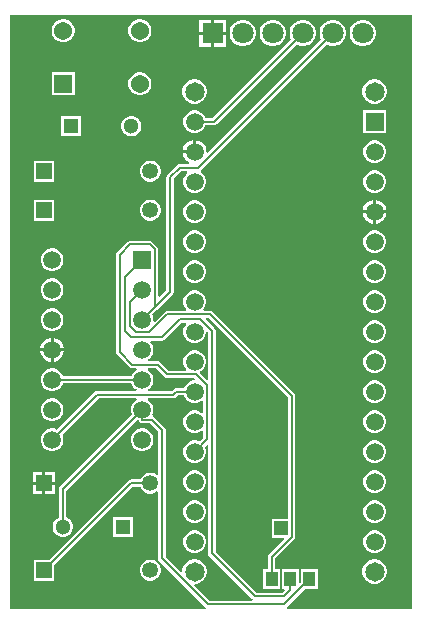
<source format=gbl>
G04*
G04 #@! TF.GenerationSoftware,Altium Limited,Altium Designer,21.9.1 (22)*
G04*
G04 Layer_Physical_Order=2*
G04 Layer_Color=16711680*
%FSLAX25Y25*%
%MOIN*%
G70*
G04*
G04 #@! TF.SameCoordinates,04C95DCE-10AD-4B50-8E95-557A3389731F*
G04*
G04*
G04 #@! TF.FilePolarity,Positive*
G04*
G01*
G75*
%ADD19C,0.06063*%
%ADD20R,0.06063X0.06063*%
%ADD28C,0.00800*%
%ADD29C,0.07087*%
%ADD30R,0.07087X0.07087*%
%ADD31C,0.05118*%
%ADD32R,0.05118X0.05118*%
%ADD33C,0.05937*%
%ADD34R,0.05906X0.05906*%
%ADD35C,0.05906*%
%ADD36R,0.05937X0.05937*%
%ADD37C,0.06500*%
%ADD38R,0.05315X0.05315*%
%ADD39C,0.05315*%
%ADD40R,0.03937X0.04921*%
%ADD41R,0.04724X0.04724*%
G36*
X169612Y185882D02*
X169215Y185617D01*
X168747Y185524D01*
X164991D01*
X164784Y185024D01*
X165003Y184804D01*
X165497Y183949D01*
X165753Y182994D01*
Y182006D01*
X165497Y181052D01*
X165003Y180196D01*
X164304Y179497D01*
X163830Y179224D01*
X163964Y178724D01*
X167200D01*
X167668Y178630D01*
X168065Y178365D01*
X170907Y175523D01*
X176494D01*
X176685Y175985D01*
X176484Y176186D01*
X175988Y177045D01*
X175732Y178004D01*
Y178996D01*
X175988Y179955D01*
X176484Y180814D01*
X177186Y181516D01*
X178045Y182012D01*
X179004Y182269D01*
X179996D01*
X180955Y182012D01*
X181814Y181516D01*
X182516Y180814D01*
X183012Y179955D01*
X183268Y178996D01*
Y178004D01*
X183012Y177045D01*
X182516Y176186D01*
X181814Y175484D01*
X181366Y175226D01*
X181300Y174730D01*
X183583Y172447D01*
X184045Y172638D01*
Y188224D01*
X183738Y188467D01*
X183268Y188259D01*
Y188004D01*
X183012Y187045D01*
X182516Y186186D01*
X181814Y185484D01*
X180955Y184988D01*
X179996Y184731D01*
X179004D01*
X178045Y184988D01*
X177186Y185484D01*
X176484Y186186D01*
X175988Y187045D01*
X175732Y188004D01*
Y188996D01*
X175988Y189955D01*
X176484Y190814D01*
X176685Y191015D01*
X176494Y191477D01*
X175207D01*
X169612Y185882D01*
D02*
G37*
G36*
X118000Y96000D02*
X183106D01*
X183166Y96083D01*
X183085Y96735D01*
X167735Y112085D01*
X167470Y112482D01*
X167376Y112950D01*
Y135117D01*
X166915Y135308D01*
X166840Y135233D01*
X166051Y134778D01*
X165172Y134543D01*
X164261D01*
X163382Y134778D01*
X162594Y135233D01*
X161950Y135877D01*
X161495Y136665D01*
X161465Y136776D01*
X158790D01*
X132741Y110727D01*
Y105543D01*
X125826D01*
Y112458D01*
X131011D01*
X157418Y138865D01*
X157815Y139130D01*
X158283Y139224D01*
X161465D01*
X161495Y139334D01*
X161950Y140123D01*
X162594Y140767D01*
X163382Y141222D01*
X164261Y141457D01*
X165172D01*
X166051Y141222D01*
X166840Y140767D01*
X166915Y140692D01*
X167376Y140883D01*
Y155293D01*
X164693Y157976D01*
X162000D01*
X161532Y158070D01*
X161135Y158335D01*
X160870Y158732D01*
X160830Y158928D01*
X160552Y159003D01*
X160350Y159119D01*
X136771Y135540D01*
Y126650D01*
X136844Y126630D01*
X137610Y126188D01*
X138235Y125563D01*
X138677Y124797D01*
X138906Y123942D01*
Y123058D01*
X138677Y122203D01*
X138235Y121438D01*
X137610Y120812D01*
X136844Y120370D01*
X135989Y120141D01*
X135105D01*
X134251Y120370D01*
X133485Y120812D01*
X132859Y121438D01*
X132417Y122203D01*
X132188Y123058D01*
Y123942D01*
X132417Y124797D01*
X132859Y125563D01*
X133485Y126188D01*
X134251Y126630D01*
X134324Y126650D01*
Y136047D01*
X134417Y136515D01*
X134682Y136912D01*
X158619Y160850D01*
X158503Y161051D01*
X158247Y162006D01*
Y162994D01*
X158503Y163949D01*
X158997Y164804D01*
X159696Y165503D01*
X160170Y165777D01*
X160036Y166277D01*
X147507D01*
X135380Y154150D01*
X135497Y153948D01*
X135753Y152994D01*
Y152006D01*
X135497Y151051D01*
X135003Y150196D01*
X134304Y149497D01*
X133449Y149003D01*
X132494Y148747D01*
X131506D01*
X130552Y149003D01*
X129696Y149497D01*
X128997Y150196D01*
X128503Y151051D01*
X128247Y152006D01*
Y152994D01*
X128503Y153948D01*
X128997Y154804D01*
X129696Y155503D01*
X130552Y155997D01*
X131506Y156253D01*
X132494D01*
X133449Y155997D01*
X133650Y155880D01*
X146135Y168365D01*
X146532Y168630D01*
X147000Y168723D01*
X160036D01*
X160170Y169223D01*
X159696Y169497D01*
X158997Y170196D01*
X158503Y171052D01*
X158443Y171276D01*
X135557D01*
X135497Y171052D01*
X135003Y170196D01*
X134304Y169497D01*
X133449Y169003D01*
X132494Y168747D01*
X131506D01*
X130552Y169003D01*
X129696Y169497D01*
X128997Y170196D01*
X128503Y171052D01*
X128247Y172006D01*
Y172994D01*
X128503Y173949D01*
X128997Y174804D01*
X129696Y175503D01*
X130552Y175997D01*
X131506Y176253D01*
X132494D01*
X133449Y175997D01*
X134304Y175503D01*
X135003Y174804D01*
X135497Y173949D01*
X135557Y173723D01*
X158443D01*
X158503Y173949D01*
X158997Y174804D01*
X159696Y175503D01*
X160170Y175777D01*
X160036Y176277D01*
X158800D01*
X158332Y176370D01*
X157935Y176635D01*
X153735Y180835D01*
X153470Y181232D01*
X153376Y181700D01*
Y214100D01*
X153470Y214568D01*
X153735Y214965D01*
X157235Y218465D01*
X157632Y218730D01*
X158100Y218824D01*
X164600D01*
X165068Y218730D01*
X165465Y218465D01*
X167065Y216865D01*
X167330Y216468D01*
X167423Y216000D01*
Y200307D01*
X167885Y200116D01*
X170077Y202307D01*
Y240000D01*
X170170Y240468D01*
X170435Y240865D01*
X173635Y244065D01*
X174032Y244330D01*
X174500Y244424D01*
X177624D01*
X177758Y244923D01*
X177063Y245324D01*
X176324Y246063D01*
X175802Y246968D01*
X175531Y247977D01*
Y248000D01*
X179500D01*
Y248500D01*
X180000D01*
Y252468D01*
X180023D01*
X181032Y252198D01*
X181937Y251676D01*
X182676Y250937D01*
X183198Y250032D01*
X183468Y249023D01*
Y248406D01*
X183968Y248199D01*
X221687Y285917D01*
X221453Y286323D01*
X221157Y287428D01*
Y288572D01*
X221453Y289676D01*
X222024Y290667D01*
X222833Y291476D01*
X223823Y292047D01*
X224928Y292343D01*
X226072D01*
X227176Y292047D01*
X228167Y291476D01*
X228976Y290667D01*
X229547Y289676D01*
X229843Y288572D01*
Y287428D01*
X229547Y286323D01*
X228976Y285333D01*
X228167Y284524D01*
X227176Y283953D01*
X226072Y283657D01*
X224928D01*
X223823Y283953D01*
X223417Y284187D01*
X181565Y242335D01*
X181486Y242282D01*
X181506Y241694D01*
X181814Y241515D01*
X182516Y240814D01*
X183012Y239955D01*
X183268Y238996D01*
Y238004D01*
X183012Y237045D01*
X182516Y236186D01*
X181814Y235485D01*
X180955Y234988D01*
X179996Y234732D01*
X179004D01*
X178045Y234988D01*
X177186Y235485D01*
X176484Y236186D01*
X175988Y237045D01*
X175732Y238004D01*
Y238996D01*
X175988Y239955D01*
X176484Y240814D01*
X177147Y241476D01*
X177112Y241791D01*
X177063Y241976D01*
X175007D01*
X172523Y239493D01*
Y201800D01*
X172430Y201332D01*
X172165Y200935D01*
X167065Y195835D01*
X166805Y195574D01*
X166805Y195574D01*
X165381Y194150D01*
X165497Y193948D01*
X165753Y192994D01*
Y192090D01*
X166166Y191796D01*
X169535Y195165D01*
X169932Y195430D01*
X170400Y195524D01*
X176494D01*
X176685Y195985D01*
X176484Y196186D01*
X175988Y197045D01*
X175732Y198004D01*
Y198996D01*
X175988Y199955D01*
X176484Y200814D01*
X177186Y201516D01*
X178045Y202012D01*
X179004Y202269D01*
X179996D01*
X180955Y202012D01*
X181814Y201516D01*
X182516Y200814D01*
X183012Y199955D01*
X183268Y198996D01*
Y198004D01*
X183012Y197045D01*
X182516Y196186D01*
X182315Y195985D01*
X182506Y195524D01*
X184700D01*
X185168Y195430D01*
X185565Y195165D01*
X212765Y167965D01*
X213030Y167568D01*
X213123Y167100D01*
Y120138D01*
X213030Y119669D01*
X212765Y119272D01*
X206386Y112893D01*
Y109261D01*
X207931D01*
Y102739D01*
X202394D01*
Y109261D01*
X203939D01*
Y113400D01*
X204032Y113868D01*
X204297Y114265D01*
X209408Y119376D01*
X209217Y119838D01*
X205150D01*
Y126162D01*
X210677D01*
Y166593D01*
X184193Y193077D01*
X183407D01*
X183216Y192615D01*
X186134Y189697D01*
X186399Y189300D01*
X186492Y188831D01*
Y115057D01*
X200025Y101523D01*
X208855D01*
X209609Y102277D01*
X209417Y102739D01*
X208693D01*
Y109261D01*
X214230D01*
Y104905D01*
X214699Y104700D01*
X214992Y104936D01*
Y109261D01*
X220529D01*
Y102739D01*
X216309D01*
X210304Y96735D01*
X210224Y96083D01*
X210283Y96000D01*
X252000D01*
Y294000D01*
X118000D01*
Y96000D01*
D02*
G37*
G36*
X163830Y175777D02*
X164304Y175503D01*
X165003Y174804D01*
X165497Y173949D01*
X165753Y172994D01*
Y172006D01*
X165497Y171052D01*
X165003Y170196D01*
X164304Y169497D01*
X163830Y169223D01*
X163964Y168723D01*
X171893D01*
X172535Y169365D01*
X172932Y169630D01*
X173400Y169723D01*
X175926D01*
X175988Y169955D01*
X176484Y170814D01*
X177186Y171516D01*
X178045Y172012D01*
X179004Y172268D01*
X179578D01*
X179762Y172699D01*
X179456Y173076D01*
X170400D01*
X169932Y173170D01*
X169535Y173435D01*
X166693Y176277D01*
X163964D01*
X163830Y175777D01*
D02*
G37*
G36*
X173265Y166635D02*
X172868Y166370D01*
X172400Y166277D01*
X163964D01*
X163830Y165777D01*
X164304Y165503D01*
X165003Y164804D01*
X165497Y163949D01*
X165753Y162994D01*
Y162006D01*
X165497Y161051D01*
X165405Y160892D01*
X165659Y160332D01*
X165668Y160330D01*
X166065Y160065D01*
X169465Y156665D01*
X169730Y156268D01*
X169824Y155800D01*
Y113457D01*
X174950Y108330D01*
X175450Y108537D01*
Y109033D01*
X175726Y110063D01*
X176259Y110987D01*
X177013Y111741D01*
X177937Y112274D01*
X178967Y112550D01*
X180033D01*
X181063Y112274D01*
X181987Y111741D01*
X182741Y110987D01*
X183274Y110063D01*
X183550Y109033D01*
Y107967D01*
X183274Y106937D01*
X182741Y106013D01*
X181987Y105259D01*
X181063Y104726D01*
X180033Y104450D01*
X179537D01*
X179330Y103950D01*
X184457Y98823D01*
X198668D01*
X198820Y99323D01*
X198653Y99435D01*
X184403Y113685D01*
X184138Y114082D01*
X184045Y114550D01*
Y150662D01*
X183583Y150853D01*
X182892Y150162D01*
X183012Y149955D01*
X183268Y148996D01*
Y148004D01*
X183012Y147045D01*
X182516Y146186D01*
X181814Y145484D01*
X180955Y144988D01*
X179996Y144731D01*
X179004D01*
X178045Y144988D01*
X177186Y145484D01*
X176484Y146186D01*
X175988Y147045D01*
X175732Y148004D01*
Y148996D01*
X175988Y149955D01*
X176484Y150814D01*
X177186Y151516D01*
X178045Y152012D01*
X179004Y152269D01*
X179996D01*
X180955Y152012D01*
X181162Y151892D01*
X182445Y153175D01*
Y155462D01*
X181983Y155654D01*
X181814Y155484D01*
X180955Y154988D01*
X179996Y154732D01*
X179004D01*
X178045Y154988D01*
X177186Y155484D01*
X176484Y156186D01*
X175988Y157045D01*
X175732Y158004D01*
Y158996D01*
X175988Y159955D01*
X176484Y160814D01*
X177186Y161516D01*
X178045Y162012D01*
X179004Y162268D01*
X179996D01*
X180955Y162012D01*
X181814Y161516D01*
X181983Y161346D01*
X182445Y161538D01*
Y165462D01*
X181983Y165654D01*
X181814Y165484D01*
X180955Y164988D01*
X179996Y164732D01*
X179004D01*
X178045Y164988D01*
X177186Y165484D01*
X176484Y166186D01*
X175988Y167045D01*
X175926Y167277D01*
X173907D01*
X173265Y166635D01*
D02*
G37*
%LPC*%
G36*
X180957Y292543D02*
X185000D01*
Y288500D01*
X180957D01*
Y292543D01*
D02*
G37*
G36*
X186000D02*
X190043D01*
Y288500D01*
X186000D01*
Y292543D01*
D02*
G37*
G36*
X135200Y292690D02*
X136209D01*
X137184Y292429D01*
X138057Y291924D01*
X138771Y291211D01*
X139275Y290337D01*
X139536Y289363D01*
Y288354D01*
X139275Y287379D01*
X138771Y286506D01*
X138057Y285792D01*
X137184Y285288D01*
X136209Y285027D01*
X135200D01*
X134226Y285288D01*
X133352Y285792D01*
X132639Y286506D01*
X132134Y287379D01*
X131873Y288354D01*
Y289363D01*
X132134Y290337D01*
X132639Y291211D01*
X133352Y291924D01*
X134226Y292429D01*
X135200Y292690D01*
D02*
G37*
G36*
X160791D02*
X161800D01*
X162774Y292429D01*
X163648Y291924D01*
X164361Y291211D01*
X164866Y290337D01*
X165127Y289363D01*
Y288354D01*
X164866Y287379D01*
X164361Y286506D01*
X163648Y285792D01*
X162774Y285288D01*
X161800Y285027D01*
X160791D01*
X159816Y285288D01*
X158943Y285792D01*
X158229Y286506D01*
X157725Y287379D01*
X157464Y288354D01*
Y289363D01*
X157725Y290337D01*
X158229Y291211D01*
X158943Y291924D01*
X159816Y292429D01*
X160791Y292690D01*
D02*
G37*
G36*
X194928Y292343D02*
X196072D01*
X197176Y292047D01*
X198167Y291476D01*
X198976Y290667D01*
X199547Y289676D01*
X199843Y288572D01*
Y287428D01*
X199547Y286323D01*
X198976Y285333D01*
X198167Y284524D01*
X197176Y283953D01*
X196072Y283657D01*
X194928D01*
X193824Y283953D01*
X192833Y284524D01*
X192025Y285333D01*
X191453Y286323D01*
X191157Y287428D01*
Y288572D01*
X191453Y289676D01*
X192025Y290667D01*
X192833Y291476D01*
X193824Y292047D01*
X194928Y292343D01*
D02*
G37*
G36*
X204928D02*
X206072D01*
X207176Y292047D01*
X208167Y291476D01*
X208976Y290667D01*
X209547Y289676D01*
X209843Y288572D01*
Y287428D01*
X209547Y286323D01*
X208976Y285333D01*
X208167Y284524D01*
X207176Y283953D01*
X206072Y283657D01*
X204928D01*
X203824Y283953D01*
X202833Y284524D01*
X202025Y285333D01*
X201453Y286323D01*
X201157Y287428D01*
Y288572D01*
X201453Y289676D01*
X202025Y290667D01*
X202833Y291476D01*
X203824Y292047D01*
X204928Y292343D01*
D02*
G37*
G36*
X234928D02*
X236072D01*
X237176Y292047D01*
X238167Y291476D01*
X238976Y290667D01*
X239547Y289676D01*
X239843Y288572D01*
Y287428D01*
X239547Y286323D01*
X238976Y285333D01*
X238167Y284524D01*
X237176Y283953D01*
X236072Y283657D01*
X234928D01*
X233823Y283953D01*
X232833Y284524D01*
X232025Y285333D01*
X231453Y286323D01*
X231157Y287428D01*
Y288572D01*
X231453Y289676D01*
X232025Y290667D01*
X232833Y291476D01*
X233823Y292047D01*
X234928Y292343D01*
D02*
G37*
G36*
X180957Y287500D02*
X185000D01*
Y283457D01*
X180957D01*
Y287500D01*
D02*
G37*
G36*
X186000D02*
X190043D01*
Y283457D01*
X186000D01*
Y287500D01*
D02*
G37*
G36*
X131873Y274973D02*
X139536D01*
Y267310D01*
X131873D01*
Y274973D01*
D02*
G37*
G36*
X160791D02*
X161800D01*
X162774Y274712D01*
X163648Y274208D01*
X164361Y273494D01*
X164866Y272621D01*
X165127Y271646D01*
Y270637D01*
X164866Y269663D01*
X164361Y268789D01*
X163648Y268076D01*
X162774Y267571D01*
X161800Y267310D01*
X160791D01*
X159816Y267571D01*
X158943Y268076D01*
X158229Y268789D01*
X157725Y269663D01*
X157464Y270637D01*
Y271646D01*
X157725Y272621D01*
X158229Y273494D01*
X158943Y274208D01*
X159816Y274712D01*
X160791Y274973D01*
D02*
G37*
G36*
X178967Y272550D02*
X180033D01*
X181063Y272274D01*
X181987Y271741D01*
X182741Y270987D01*
X183274Y270063D01*
X183550Y269033D01*
Y267967D01*
X183274Y266937D01*
X182741Y266013D01*
X181987Y265259D01*
X181063Y264726D01*
X180033Y264450D01*
X178967D01*
X177937Y264726D01*
X177013Y265259D01*
X176259Y266013D01*
X175726Y266937D01*
X175450Y267967D01*
Y269033D01*
X175726Y270063D01*
X176259Y270987D01*
X177013Y271741D01*
X177937Y272274D01*
X178967Y272550D01*
D02*
G37*
G36*
X238967D02*
X240033D01*
X241063Y272274D01*
X241987Y271741D01*
X242741Y270987D01*
X243274Y270063D01*
X243550Y269033D01*
Y267967D01*
X243274Y266937D01*
X242741Y266013D01*
X241987Y265259D01*
X241063Y264726D01*
X240033Y264450D01*
X238967D01*
X237937Y264726D01*
X237013Y265259D01*
X236259Y266013D01*
X235726Y266937D01*
X235450Y267967D01*
Y269033D01*
X235726Y270063D01*
X236259Y270987D01*
X237013Y271741D01*
X237937Y272274D01*
X238967Y272550D01*
D02*
G37*
G36*
X214928Y292343D02*
X216072D01*
X217177Y292047D01*
X218167Y291476D01*
X218975Y290667D01*
X219547Y289676D01*
X219843Y288572D01*
Y287428D01*
X219547Y286323D01*
X218975Y285333D01*
X218167Y284524D01*
X217177Y283953D01*
X216072Y283657D01*
X214928D01*
X213824Y283953D01*
X213418Y284187D01*
X186865Y257635D01*
X186468Y257370D01*
X186000Y257277D01*
X183074D01*
X183012Y257045D01*
X182516Y256186D01*
X181814Y255485D01*
X180955Y254988D01*
X179996Y254731D01*
X179004D01*
X178045Y254988D01*
X177186Y255485D01*
X176484Y256186D01*
X175988Y257045D01*
X175732Y258004D01*
Y258996D01*
X175988Y259955D01*
X176484Y260814D01*
X177186Y261515D01*
X178045Y262012D01*
X179004Y262268D01*
X179996D01*
X180955Y262012D01*
X181814Y261515D01*
X182516Y260814D01*
X183012Y259955D01*
X183074Y259723D01*
X185493D01*
X211687Y285917D01*
X211453Y286323D01*
X211157Y287428D01*
Y288572D01*
X211453Y289676D01*
X212024Y290667D01*
X212833Y291476D01*
X213824Y292047D01*
X214928Y292343D01*
D02*
G37*
G36*
X235732Y262268D02*
X243268D01*
Y254731D01*
X235732D01*
Y262268D01*
D02*
G37*
G36*
X135094Y260359D02*
X141812D01*
Y253641D01*
X135094D01*
Y260359D01*
D02*
G37*
G36*
X158011D02*
X158895D01*
X159749Y260130D01*
X160515Y259688D01*
X161141Y259063D01*
X161583Y258296D01*
X161812Y257442D01*
Y256558D01*
X161583Y255703D01*
X161141Y254938D01*
X160515Y254312D01*
X159749Y253870D01*
X158895Y253641D01*
X158011D01*
X157156Y253870D01*
X156390Y254312D01*
X155765Y254938D01*
X155323Y255703D01*
X155094Y256558D01*
Y257442D01*
X155323Y258296D01*
X155765Y259063D01*
X156390Y259688D01*
X157156Y260130D01*
X158011Y260359D01*
D02*
G37*
G36*
X178978Y252468D02*
X179000D01*
Y249000D01*
X175531D01*
Y249023D01*
X175802Y250032D01*
X176324Y250937D01*
X177063Y251676D01*
X177968Y252198D01*
X178978Y252468D01*
D02*
G37*
G36*
X239004Y252269D02*
X239996D01*
X240955Y252012D01*
X241814Y251516D01*
X242515Y250814D01*
X243012Y249955D01*
X243268Y248996D01*
Y248004D01*
X243012Y247045D01*
X242515Y246186D01*
X241814Y245484D01*
X240955Y244988D01*
X239996Y244731D01*
X239004D01*
X238045Y244988D01*
X237186Y245484D01*
X236485Y246186D01*
X235988Y247045D01*
X235732Y248004D01*
Y248996D01*
X235988Y249955D01*
X236485Y250814D01*
X237186Y251516D01*
X238045Y252012D01*
X239004Y252269D01*
D02*
G37*
G36*
X125826Y245458D02*
X132741D01*
Y238543D01*
X125826D01*
Y245458D01*
D02*
G37*
G36*
X164261D02*
X165172D01*
X166051Y245222D01*
X166840Y244767D01*
X167483Y244123D01*
X167938Y243335D01*
X168174Y242455D01*
Y241545D01*
X167938Y240666D01*
X167483Y239877D01*
X166840Y239233D01*
X166051Y238778D01*
X165172Y238543D01*
X164261D01*
X163382Y238778D01*
X162594Y239233D01*
X161950Y239877D01*
X161495Y240666D01*
X161259Y241545D01*
Y242455D01*
X161495Y243335D01*
X161950Y244123D01*
X162594Y244767D01*
X163382Y245222D01*
X164261Y245458D01*
D02*
G37*
G36*
X239004Y242268D02*
X239996D01*
X240955Y242012D01*
X241814Y241515D01*
X242515Y240814D01*
X243012Y239955D01*
X243268Y238996D01*
Y238004D01*
X243012Y237045D01*
X242515Y236186D01*
X241814Y235485D01*
X240955Y234988D01*
X239996Y234732D01*
X239004D01*
X238045Y234988D01*
X237186Y235485D01*
X236485Y236186D01*
X235988Y237045D01*
X235732Y238004D01*
Y238996D01*
X235988Y239955D01*
X236485Y240814D01*
X237186Y241515D01*
X238045Y242012D01*
X239004Y242268D01*
D02*
G37*
G36*
X238978Y232469D02*
X239000D01*
Y229000D01*
X235531D01*
Y229023D01*
X235802Y230032D01*
X236324Y230937D01*
X237063Y231676D01*
X237968Y232198D01*
X238978Y232469D01*
D02*
G37*
G36*
X240000D02*
X240022D01*
X241032Y232198D01*
X241937Y231676D01*
X242676Y230937D01*
X243198Y230032D01*
X243468Y229023D01*
Y229000D01*
X240000D01*
Y232469D01*
D02*
G37*
G36*
X125826Y232457D02*
X132741D01*
Y225542D01*
X125826D01*
Y232457D01*
D02*
G37*
G36*
X164261D02*
X165172D01*
X166051Y232222D01*
X166840Y231767D01*
X167483Y231123D01*
X167938Y230334D01*
X168174Y229455D01*
Y228545D01*
X167938Y227665D01*
X167483Y226877D01*
X166840Y226233D01*
X166051Y225778D01*
X165172Y225542D01*
X164261D01*
X163382Y225778D01*
X162594Y226233D01*
X161950Y226877D01*
X161495Y227665D01*
X161259Y228545D01*
Y229455D01*
X161495Y230334D01*
X161950Y231123D01*
X162594Y231767D01*
X163382Y232222D01*
X164261Y232457D01*
D02*
G37*
G36*
X179004Y232269D02*
X179996D01*
X180955Y232012D01*
X181814Y231516D01*
X182516Y230814D01*
X183012Y229955D01*
X183268Y228996D01*
Y228004D01*
X183012Y227045D01*
X182516Y226186D01*
X181814Y225484D01*
X180955Y224988D01*
X179996Y224731D01*
X179004D01*
X178045Y224988D01*
X177186Y225484D01*
X176484Y226186D01*
X175988Y227045D01*
X175732Y228004D01*
Y228996D01*
X175988Y229955D01*
X176484Y230814D01*
X177186Y231516D01*
X178045Y232012D01*
X179004Y232269D01*
D02*
G37*
G36*
X235531Y228000D02*
X239000D01*
Y224532D01*
X238978D01*
X237968Y224802D01*
X237063Y225324D01*
X236324Y226063D01*
X235802Y226968D01*
X235531Y227977D01*
Y228000D01*
D02*
G37*
G36*
X240000D02*
X243468D01*
Y227977D01*
X243198Y226968D01*
X242676Y226063D01*
X241937Y225324D01*
X241032Y224802D01*
X240022Y224532D01*
X240000D01*
Y228000D01*
D02*
G37*
G36*
X179004Y222269D02*
X179996D01*
X180955Y222012D01*
X181814Y221515D01*
X182516Y220814D01*
X183012Y219955D01*
X183268Y218996D01*
Y218004D01*
X183012Y217045D01*
X182516Y216186D01*
X181814Y215484D01*
X180955Y214988D01*
X179996Y214732D01*
X179004D01*
X178045Y214988D01*
X177186Y215484D01*
X176484Y216186D01*
X175988Y217045D01*
X175732Y218004D01*
Y218996D01*
X175988Y219955D01*
X176484Y220814D01*
X177186Y221515D01*
X178045Y222012D01*
X179004Y222269D01*
D02*
G37*
G36*
X239004D02*
X239996D01*
X240955Y222012D01*
X241814Y221515D01*
X242515Y220814D01*
X243012Y219955D01*
X243268Y218996D01*
Y218004D01*
X243012Y217045D01*
X242515Y216186D01*
X241814Y215484D01*
X240955Y214988D01*
X239996Y214732D01*
X239004D01*
X238045Y214988D01*
X237186Y215484D01*
X236485Y216186D01*
X235988Y217045D01*
X235732Y218004D01*
Y218996D01*
X235988Y219955D01*
X236485Y220814D01*
X237186Y221515D01*
X238045Y222012D01*
X239004Y222269D01*
D02*
G37*
G36*
X131506Y216253D02*
X132494D01*
X133449Y215997D01*
X134304Y215503D01*
X135003Y214804D01*
X135497Y213948D01*
X135753Y212994D01*
Y212006D01*
X135497Y211052D01*
X135003Y210196D01*
X134304Y209497D01*
X133449Y209003D01*
X132494Y208747D01*
X131506D01*
X130552Y209003D01*
X129696Y209497D01*
X128997Y210196D01*
X128503Y211052D01*
X128247Y212006D01*
Y212994D01*
X128503Y213948D01*
X128997Y214804D01*
X129696Y215503D01*
X130552Y215997D01*
X131506Y216253D01*
D02*
G37*
G36*
X179004Y212268D02*
X179996D01*
X180955Y212012D01*
X181814Y211515D01*
X182516Y210814D01*
X183012Y209955D01*
X183268Y208996D01*
Y208004D01*
X183012Y207045D01*
X182516Y206186D01*
X181814Y205485D01*
X180955Y204988D01*
X179996Y204731D01*
X179004D01*
X178045Y204988D01*
X177186Y205485D01*
X176484Y206186D01*
X175988Y207045D01*
X175732Y208004D01*
Y208996D01*
X175988Y209955D01*
X176484Y210814D01*
X177186Y211515D01*
X178045Y212012D01*
X179004Y212268D01*
D02*
G37*
G36*
X239004D02*
X239996D01*
X240955Y212012D01*
X241814Y211515D01*
X242515Y210814D01*
X243012Y209955D01*
X243268Y208996D01*
Y208004D01*
X243012Y207045D01*
X242515Y206186D01*
X241814Y205485D01*
X240955Y204988D01*
X239996Y204731D01*
X239004D01*
X238045Y204988D01*
X237186Y205485D01*
X236485Y206186D01*
X235988Y207045D01*
X235732Y208004D01*
Y208996D01*
X235988Y209955D01*
X236485Y210814D01*
X237186Y211515D01*
X238045Y212012D01*
X239004Y212268D01*
D02*
G37*
G36*
X131506Y206253D02*
X132494D01*
X133449Y205997D01*
X134304Y205503D01*
X135003Y204804D01*
X135497Y203948D01*
X135753Y202994D01*
Y202006D01*
X135497Y201051D01*
X135003Y200196D01*
X134304Y199497D01*
X133449Y199003D01*
X132494Y198747D01*
X131506D01*
X130552Y199003D01*
X129696Y199497D01*
X128997Y200196D01*
X128503Y201051D01*
X128247Y202006D01*
Y202994D01*
X128503Y203948D01*
X128997Y204804D01*
X129696Y205503D01*
X130552Y205997D01*
X131506Y206253D01*
D02*
G37*
G36*
X239004Y202269D02*
X239996D01*
X240955Y202012D01*
X241814Y201516D01*
X242515Y200814D01*
X243012Y199955D01*
X243268Y198996D01*
Y198004D01*
X243012Y197045D01*
X242515Y196186D01*
X241814Y195484D01*
X240955Y194988D01*
X239996Y194731D01*
X239004D01*
X238045Y194988D01*
X237186Y195484D01*
X236485Y196186D01*
X235988Y197045D01*
X235732Y198004D01*
Y198996D01*
X235988Y199955D01*
X236485Y200814D01*
X237186Y201516D01*
X238045Y202012D01*
X239004Y202269D01*
D02*
G37*
G36*
X131506Y196253D02*
X132494D01*
X133449Y195997D01*
X134304Y195503D01*
X135003Y194804D01*
X135497Y193948D01*
X135753Y192994D01*
Y192006D01*
X135497Y191051D01*
X135003Y190196D01*
X134304Y189497D01*
X133449Y189003D01*
X132494Y188747D01*
X131506D01*
X130552Y189003D01*
X129696Y189497D01*
X128997Y190196D01*
X128503Y191051D01*
X128247Y192006D01*
Y192994D01*
X128503Y193948D01*
X128997Y194804D01*
X129696Y195503D01*
X130552Y195997D01*
X131506Y196253D01*
D02*
G37*
G36*
X239004Y192269D02*
X239996D01*
X240955Y192012D01*
X241814Y191516D01*
X242515Y190814D01*
X243012Y189955D01*
X243268Y188996D01*
Y188004D01*
X243012Y187045D01*
X242515Y186186D01*
X241814Y185484D01*
X240955Y184988D01*
X239996Y184731D01*
X239004D01*
X238045Y184988D01*
X237186Y185484D01*
X236485Y186186D01*
X235988Y187045D01*
X235732Y188004D01*
Y188996D01*
X235988Y189955D01*
X236485Y190814D01*
X237186Y191516D01*
X238045Y192012D01*
X239004Y192269D01*
D02*
G37*
G36*
X131480Y186453D02*
X131500D01*
Y183000D01*
X128047D01*
Y183020D01*
X128317Y184026D01*
X128837Y184927D01*
X129573Y185663D01*
X130474Y186183D01*
X131480Y186453D01*
D02*
G37*
G36*
X132500D02*
X132520D01*
X133526Y186183D01*
X134427Y185663D01*
X135163Y184927D01*
X135683Y184026D01*
X135953Y183020D01*
Y183000D01*
X132500D01*
Y186453D01*
D02*
G37*
G36*
X128047Y182000D02*
X131500D01*
Y178547D01*
X131480D01*
X130474Y178817D01*
X129573Y179337D01*
X128837Y180073D01*
X128317Y180974D01*
X128047Y181980D01*
Y182000D01*
D02*
G37*
G36*
X132500D02*
X135953D01*
Y181980D01*
X135683Y180974D01*
X135163Y180073D01*
X134427Y179337D01*
X133526Y178817D01*
X132520Y178547D01*
X132500D01*
Y182000D01*
D02*
G37*
G36*
X239004Y182269D02*
X239996D01*
X240955Y182012D01*
X241814Y181516D01*
X242515Y180814D01*
X243012Y179955D01*
X243268Y178996D01*
Y178004D01*
X243012Y177045D01*
X242515Y176186D01*
X241814Y175484D01*
X240955Y174988D01*
X239996Y174732D01*
X239004D01*
X238045Y174988D01*
X237186Y175484D01*
X236485Y176186D01*
X235988Y177045D01*
X235732Y178004D01*
Y178996D01*
X235988Y179955D01*
X236485Y180814D01*
X237186Y181516D01*
X238045Y182012D01*
X239004Y182269D01*
D02*
G37*
G36*
Y172268D02*
X239996D01*
X240955Y172012D01*
X241814Y171516D01*
X242515Y170814D01*
X243012Y169955D01*
X243268Y168996D01*
Y168004D01*
X243012Y167045D01*
X242515Y166186D01*
X241814Y165484D01*
X240955Y164988D01*
X239996Y164732D01*
X239004D01*
X238045Y164988D01*
X237186Y165484D01*
X236485Y166186D01*
X235988Y167045D01*
X235732Y168004D01*
Y168996D01*
X235988Y169955D01*
X236485Y170814D01*
X237186Y171516D01*
X238045Y172012D01*
X239004Y172268D01*
D02*
G37*
G36*
X131506Y166253D02*
X132494D01*
X133449Y165997D01*
X134304Y165503D01*
X135003Y164804D01*
X135497Y163949D01*
X135753Y162994D01*
Y162006D01*
X135497Y161051D01*
X135003Y160196D01*
X134304Y159497D01*
X133449Y159003D01*
X132494Y158747D01*
X131506D01*
X130552Y159003D01*
X129696Y159497D01*
X128997Y160196D01*
X128503Y161051D01*
X128247Y162006D01*
Y162994D01*
X128503Y163949D01*
X128997Y164804D01*
X129696Y165503D01*
X130552Y165997D01*
X131506Y166253D01*
D02*
G37*
G36*
X239004Y162268D02*
X239996D01*
X240955Y162012D01*
X241814Y161516D01*
X242515Y160814D01*
X243012Y159955D01*
X243268Y158996D01*
Y158004D01*
X243012Y157045D01*
X242515Y156186D01*
X241814Y155484D01*
X240955Y154988D01*
X239996Y154732D01*
X239004D01*
X238045Y154988D01*
X237186Y155484D01*
X236485Y156186D01*
X235988Y157045D01*
X235732Y158004D01*
Y158996D01*
X235988Y159955D01*
X236485Y160814D01*
X237186Y161516D01*
X238045Y162012D01*
X239004Y162268D01*
D02*
G37*
G36*
X161506Y156253D02*
X162494D01*
X163449Y155997D01*
X164304Y155503D01*
X165003Y154804D01*
X165497Y153948D01*
X165753Y152994D01*
Y152006D01*
X165497Y151051D01*
X165003Y150196D01*
X164304Y149497D01*
X163449Y149003D01*
X162494Y148747D01*
X161506D01*
X160552Y149003D01*
X159696Y149497D01*
X158997Y150196D01*
X158503Y151051D01*
X158247Y152006D01*
Y152994D01*
X158503Y153948D01*
X158997Y154804D01*
X159696Y155503D01*
X160552Y155997D01*
X161506Y156253D01*
D02*
G37*
G36*
X239004Y152269D02*
X239996D01*
X240955Y152012D01*
X241814Y151516D01*
X242515Y150814D01*
X243012Y149955D01*
X243268Y148996D01*
Y148004D01*
X243012Y147045D01*
X242515Y146186D01*
X241814Y145484D01*
X240955Y144988D01*
X239996Y144731D01*
X239004D01*
X238045Y144988D01*
X237186Y145484D01*
X236485Y146186D01*
X235988Y147045D01*
X235732Y148004D01*
Y148996D01*
X235988Y149955D01*
X236485Y150814D01*
X237186Y151516D01*
X238045Y152012D01*
X239004Y152269D01*
D02*
G37*
G36*
X125626Y141657D02*
X128783D01*
Y138500D01*
X125626D01*
Y141657D01*
D02*
G37*
G36*
X129783D02*
X132941D01*
Y138500D01*
X129783D01*
Y141657D01*
D02*
G37*
G36*
X239004Y142269D02*
X239996D01*
X240955Y142012D01*
X241814Y141516D01*
X242515Y140814D01*
X243012Y139955D01*
X243268Y138996D01*
Y138004D01*
X243012Y137045D01*
X242515Y136186D01*
X241814Y135484D01*
X240955Y134988D01*
X239996Y134731D01*
X239004D01*
X238045Y134988D01*
X237186Y135484D01*
X236485Y136186D01*
X235988Y137045D01*
X235732Y138004D01*
Y138996D01*
X235988Y139955D01*
X236485Y140814D01*
X237186Y141516D01*
X238045Y142012D01*
X239004Y142269D01*
D02*
G37*
G36*
X125626Y137500D02*
X128783D01*
Y134343D01*
X125626D01*
Y137500D01*
D02*
G37*
G36*
X129783D02*
X132941D01*
Y134343D01*
X129783D01*
Y137500D01*
D02*
G37*
G36*
X239004Y132269D02*
X239996D01*
X240955Y132012D01*
X241814Y131516D01*
X242515Y130814D01*
X243012Y129955D01*
X243268Y128996D01*
Y128004D01*
X243012Y127045D01*
X242515Y126186D01*
X241814Y125484D01*
X240955Y124988D01*
X239996Y124732D01*
X239004D01*
X238045Y124988D01*
X237186Y125484D01*
X236485Y126186D01*
X235988Y127045D01*
X235732Y128004D01*
Y128996D01*
X235988Y129955D01*
X236485Y130814D01*
X237186Y131516D01*
X238045Y132012D01*
X239004Y132269D01*
D02*
G37*
G36*
X152188Y126859D02*
X158906D01*
Y120141D01*
X152188D01*
Y126859D01*
D02*
G37*
G36*
X239004Y122268D02*
X239996D01*
X240955Y122012D01*
X241814Y121516D01*
X242515Y120814D01*
X243012Y119955D01*
X243268Y118996D01*
Y118004D01*
X243012Y117045D01*
X242515Y116186D01*
X241814Y115484D01*
X240955Y114988D01*
X239996Y114732D01*
X239004D01*
X238045Y114988D01*
X237186Y115484D01*
X236485Y116186D01*
X235988Y117045D01*
X235732Y118004D01*
Y118996D01*
X235988Y119955D01*
X236485Y120814D01*
X237186Y121516D01*
X238045Y122012D01*
X239004Y122268D01*
D02*
G37*
G36*
X164261Y112458D02*
X165172D01*
X166051Y112222D01*
X166840Y111767D01*
X167483Y111123D01*
X167938Y110335D01*
X168174Y109455D01*
Y108545D01*
X167938Y107666D01*
X167483Y106877D01*
X166840Y106233D01*
X166051Y105778D01*
X165172Y105543D01*
X164261D01*
X163382Y105778D01*
X162594Y106233D01*
X161950Y106877D01*
X161495Y107666D01*
X161259Y108545D01*
Y109455D01*
X161495Y110335D01*
X161950Y111123D01*
X162594Y111767D01*
X163382Y112222D01*
X164261Y112458D01*
D02*
G37*
G36*
X238967Y112550D02*
X240033D01*
X241063Y112274D01*
X241987Y111741D01*
X242741Y110987D01*
X243274Y110063D01*
X243550Y109033D01*
Y107967D01*
X243274Y106937D01*
X242741Y106013D01*
X241987Y105259D01*
X241063Y104726D01*
X240033Y104450D01*
X238967D01*
X237937Y104726D01*
X237013Y105259D01*
X236259Y106013D01*
X235726Y106937D01*
X235450Y107967D01*
Y109033D01*
X235726Y110063D01*
X236259Y110987D01*
X237013Y111741D01*
X237937Y112274D01*
X238967Y112550D01*
D02*
G37*
G36*
X179004Y142269D02*
X179996D01*
X180955Y142012D01*
X181814Y141516D01*
X182516Y140814D01*
X183012Y139955D01*
X183268Y138996D01*
Y138004D01*
X183012Y137045D01*
X182516Y136186D01*
X181814Y135484D01*
X180955Y134988D01*
X179996Y134731D01*
X179004D01*
X178045Y134988D01*
X177186Y135484D01*
X176484Y136186D01*
X175988Y137045D01*
X175732Y138004D01*
Y138996D01*
X175988Y139955D01*
X176484Y140814D01*
X177186Y141516D01*
X178045Y142012D01*
X179004Y142269D01*
D02*
G37*
G36*
Y132269D02*
X179996D01*
X180955Y132012D01*
X181814Y131516D01*
X182516Y130814D01*
X183012Y129955D01*
X183268Y128996D01*
Y128004D01*
X183012Y127045D01*
X182516Y126186D01*
X181814Y125484D01*
X180955Y124988D01*
X179996Y124732D01*
X179004D01*
X178045Y124988D01*
X177186Y125484D01*
X176484Y126186D01*
X175988Y127045D01*
X175732Y128004D01*
Y128996D01*
X175988Y129955D01*
X176484Y130814D01*
X177186Y131516D01*
X178045Y132012D01*
X179004Y132269D01*
D02*
G37*
G36*
Y122268D02*
X179996D01*
X180955Y122012D01*
X181814Y121516D01*
X182516Y120814D01*
X183012Y119955D01*
X183268Y118996D01*
Y118004D01*
X183012Y117045D01*
X182516Y116186D01*
X181814Y115484D01*
X180955Y114988D01*
X179996Y114732D01*
X179004D01*
X178045Y114988D01*
X177186Y115484D01*
X176484Y116186D01*
X175988Y117045D01*
X175732Y118004D01*
Y118996D01*
X175988Y119955D01*
X176484Y120814D01*
X177186Y121516D01*
X178045Y122012D01*
X179004Y122268D01*
D02*
G37*
%LPD*%
D19*
X161295Y288858D02*
D03*
X135705D02*
D03*
X161295Y271142D02*
D03*
D20*
X135705D02*
D03*
D28*
X171300Y201800D02*
X166200Y196700D01*
X165200Y159200D02*
X162000D01*
X205162Y106000D02*
Y113400D01*
X211900Y120138D02*
X205162Y113400D01*
X211900Y120138D02*
Y167100D01*
X184700Y194300D01*
X170400D01*
X164447Y188347D01*
X159900D01*
X157847Y190400D01*
Y198347D01*
X162000Y202500D02*
X157847Y198347D01*
X162000Y162500D02*
X135547Y136047D01*
Y123500D02*
Y136047D01*
X158283Y138000D02*
X129283Y109000D01*
X164717Y138000D02*
X158283D01*
X211462Y102400D02*
Y106000D01*
Y102400D02*
X209362Y100300D01*
X199519D01*
X185269Y114550D01*
Y188831D01*
X181400Y192700D01*
X174700D01*
X168747Y186747D01*
X158300D01*
X156247Y188800D01*
Y206747D01*
X162000Y212500D02*
X156247Y206747D01*
X162000Y159200D02*
Y162500D01*
X168600Y155800D02*
X165200Y159200D01*
X168600Y112950D02*
Y155800D01*
X183950Y97600D02*
X168600Y112950D01*
X209439Y97600D02*
X183950D01*
X217761Y105922D02*
X209439Y97600D01*
X217761Y105922D02*
Y106000D01*
X166200Y196700D02*
X165939Y196439D01*
X166200Y196700D02*
Y216000D01*
X164600Y217600D01*
X158100D01*
X154600Y214100D01*
Y181700D02*
Y214100D01*
X158800Y177500D02*
X154600Y181700D01*
X167200Y177500D02*
X158800D01*
X170400Y174300D02*
X167200Y177500D01*
X180000Y174300D02*
X170400D01*
X183669Y170631D02*
X180000Y174300D01*
X183669Y152669D02*
Y170631D01*
Y152669D02*
X179500Y148500D01*
X165939Y196439D02*
X162000Y192500D01*
X171300Y201800D02*
Y240000D01*
X174500Y243200D02*
X171300Y240000D01*
X180700Y243200D02*
X174500D01*
X225500Y288000D02*
X180700Y243200D01*
X186000Y258500D02*
X179500D01*
X215500Y288000D02*
X186000Y258500D01*
X179500Y168500D02*
X173400D01*
X172400Y167500D01*
X147000D01*
X132000Y152500D01*
X162000Y172500D02*
X132000D01*
D29*
X235500Y288000D02*
D03*
X225500D02*
D03*
X215500D02*
D03*
X195500D02*
D03*
X205500D02*
D03*
D30*
X185500D02*
D03*
D31*
X158453Y257000D02*
D03*
X135547Y123500D02*
D03*
D32*
X138453Y257000D02*
D03*
X155547Y123500D02*
D03*
D33*
X179500Y188500D02*
D03*
X239500Y248500D02*
D03*
Y238500D02*
D03*
Y228500D02*
D03*
Y218500D02*
D03*
Y208500D02*
D03*
Y198500D02*
D03*
Y188500D02*
D03*
Y178500D02*
D03*
Y168500D02*
D03*
Y158500D02*
D03*
Y148500D02*
D03*
Y138500D02*
D03*
Y128500D02*
D03*
Y118500D02*
D03*
X179500D02*
D03*
Y128500D02*
D03*
Y138500D02*
D03*
Y148500D02*
D03*
Y158500D02*
D03*
Y168500D02*
D03*
Y178500D02*
D03*
Y198500D02*
D03*
Y208500D02*
D03*
Y218500D02*
D03*
Y228500D02*
D03*
Y238500D02*
D03*
Y248500D02*
D03*
Y258500D02*
D03*
D34*
X162000Y212500D02*
D03*
D35*
Y202500D02*
D03*
Y192500D02*
D03*
Y182500D02*
D03*
Y172500D02*
D03*
Y162500D02*
D03*
Y152500D02*
D03*
X132000Y212500D02*
D03*
Y202500D02*
D03*
Y192500D02*
D03*
Y182500D02*
D03*
Y172500D02*
D03*
Y162500D02*
D03*
Y152500D02*
D03*
D36*
X239500Y258500D02*
D03*
D37*
Y108500D02*
D03*
X179500D02*
D03*
X239500Y268500D02*
D03*
X179500D02*
D03*
D38*
X129283Y138000D02*
D03*
Y109000D02*
D03*
Y229000D02*
D03*
Y242000D02*
D03*
D39*
X164717Y138000D02*
D03*
Y109000D02*
D03*
Y229000D02*
D03*
Y242000D02*
D03*
D40*
X211462Y106000D02*
D03*
X217761D02*
D03*
X205162D02*
D03*
D41*
X208312Y123000D02*
D03*
M02*

</source>
